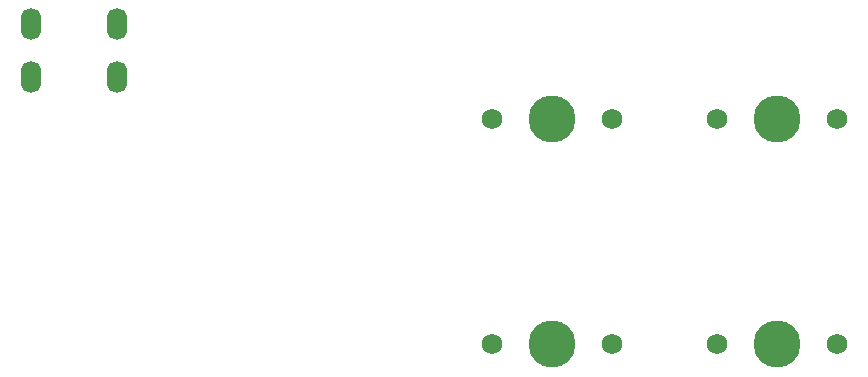
<source format=gbr>
%TF.GenerationSoftware,KiCad,Pcbnew,7.0.6*%
%TF.CreationDate,2023-07-07T23:43:39+02:00*%
%TF.ProjectId,ai03-pcb-guide,61693033-2d70-4636-922d-67756964652e,rev?*%
%TF.SameCoordinates,Original*%
%TF.FileFunction,Soldermask,Top*%
%TF.FilePolarity,Negative*%
%FSLAX46Y46*%
G04 Gerber Fmt 4.6, Leading zero omitted, Abs format (unit mm)*
G04 Created by KiCad (PCBNEW 7.0.6) date 2023-07-07 23:43:39*
%MOMM*%
%LPD*%
G01*
G04 APERTURE LIST*
%ADD10C,1.750000*%
%ADD11C,3.987800*%
%ADD12O,1.700000X2.700000*%
G04 APERTURE END LIST*
D10*
%TO.C,MX2*%
X158432500Y-104775000D03*
D11*
X163512500Y-104775000D03*
D10*
X168592500Y-104775000D03*
%TD*%
%TO.C,MX4*%
X158432500Y-123825000D03*
D11*
X163512500Y-123825000D03*
D10*
X168592500Y-123825000D03*
%TD*%
%TO.C,MX3*%
X139382500Y-123825000D03*
D11*
X144462500Y-123825000D03*
D10*
X149542500Y-123825000D03*
%TD*%
%TO.C,MX1*%
X139382500Y-104775000D03*
D11*
X144462500Y-104775000D03*
D10*
X149542500Y-104775000D03*
%TD*%
D12*
%TO.C,USB1*%
X107631250Y-96718750D03*
X100331250Y-96718750D03*
X107631250Y-101218750D03*
X100331250Y-101218750D03*
%TD*%
M02*

</source>
